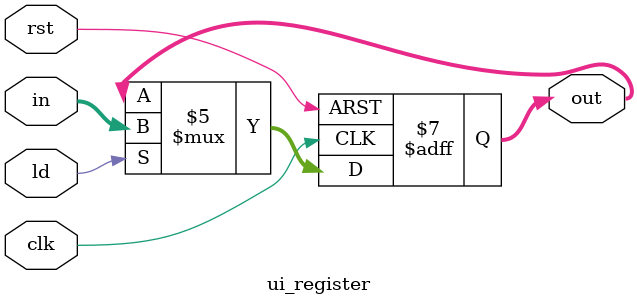
<source format=v>
module ui_register (
    clk,
    rst,
    ld,
    in,
    out
);

input               clk;
input               rst;
input               ld;
input       [1:0]   in;
output  reg [1:0]   out;


always @(posedge clk, posedge rst) begin
    if (rst == 1'b1) begin
        out = 2'd0;
    end
    else if (ld == 1'b1) begin
        out = in;
    end
end

endmodule 
</source>
